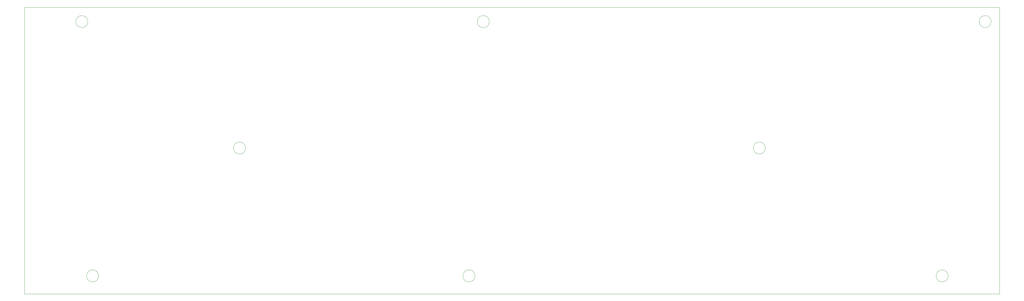
<source format=gm1>
%TF.GenerationSoftware,KiCad,Pcbnew,7.0.11*%
%TF.CreationDate,2024-04-25T10:19:36+05:30*%
%TF.ProjectId,Lexicon 69,4c657869-636f-46e2-9036-392e6b696361,rev?*%
%TF.SameCoordinates,Original*%
%TF.FileFunction,Profile,NP*%
%FSLAX46Y46*%
G04 Gerber Fmt 4.6, Leading zero omitted, Abs format (unit mm)*
G04 Created by KiCad (PCBNEW 7.0.11) date 2024-04-25 10:19:36*
%MOMM*%
%LPD*%
G01*
G04 APERTURE LIST*
%TA.AperFunction,Profile*%
%ADD10C,0.050000*%
%TD*%
G04 APERTURE END LIST*
D10*
X368712500Y-76200000D02*
G75*
G03*
X364712500Y-76200000I-2000000J0D01*
G01*
X364712500Y-76200000D02*
G75*
G03*
X368712500Y-76200000I2000000J0D01*
G01*
X121062500Y-118243750D02*
G75*
G03*
X117062500Y-118243750I-2000000J0D01*
G01*
X117062500Y-118243750D02*
G75*
G03*
X121062500Y-118243750I2000000J0D01*
G01*
X202025000Y-76200000D02*
G75*
G03*
X198025000Y-76200000I-2000000J0D01*
G01*
X198025000Y-76200000D02*
G75*
G03*
X202025000Y-76200000I2000000J0D01*
G01*
X354425000Y-160734375D02*
G75*
G03*
X350425000Y-160734375I-2000000J0D01*
G01*
X350425000Y-160734375D02*
G75*
G03*
X354425000Y-160734375I2000000J0D01*
G01*
X72246875Y-160734375D02*
G75*
G03*
X68246875Y-160734375I-2000000J0D01*
G01*
X68246875Y-160734375D02*
G75*
G03*
X72246875Y-160734375I2000000J0D01*
G01*
X68675000Y-76200000D02*
G75*
G03*
X64675000Y-76200000I-2000000J0D01*
G01*
X64675000Y-76200000D02*
G75*
G03*
X68675000Y-76200000I2000000J0D01*
G01*
X197262500Y-160734375D02*
G75*
G03*
X193262500Y-160734375I-2000000J0D01*
G01*
X193262500Y-160734375D02*
G75*
G03*
X197262500Y-160734375I2000000J0D01*
G01*
X293703125Y-118243750D02*
G75*
G03*
X289703125Y-118243750I-2000000J0D01*
G01*
X289703125Y-118243750D02*
G75*
G03*
X293703125Y-118243750I2000000J0D01*
G01*
X47625000Y-71437500D02*
X371475000Y-71437500D01*
X371475000Y-166687500D01*
X47625000Y-166687500D01*
X47625000Y-71437500D01*
M02*

</source>
